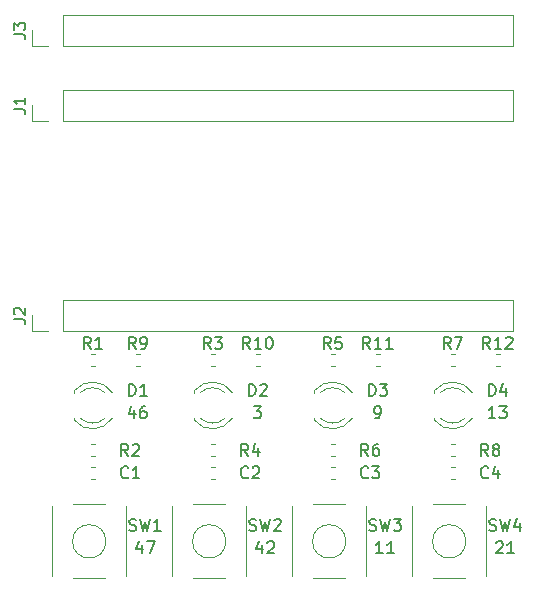
<source format=gto>
G04 #@! TF.GenerationSoftware,KiCad,Pcbnew,5.1.4-e60b266~84~ubuntu18.04.1*
G04 #@! TF.CreationDate,2019-09-28T19:30:38+02:00*
G04 #@! TF.ProjectId,UpduinoLEDButtonExpander,55706475-696e-46f4-9c45-44427574746f,rev?*
G04 #@! TF.SameCoordinates,PX88dc9f0PY43d3480*
G04 #@! TF.FileFunction,Legend,Top*
G04 #@! TF.FilePolarity,Positive*
%FSLAX46Y46*%
G04 Gerber Fmt 4.6, Leading zero omitted, Abs format (unit mm)*
G04 Created by KiCad (PCBNEW 5.1.4-e60b266~84~ubuntu18.04.1) date 2019-09-28 19:30:38*
%MOMM*%
%LPD*%
G04 APERTURE LIST*
%ADD10C,0.150000*%
%ADD11C,0.120000*%
G04 APERTURE END LIST*
D10*
X18859523Y-26487380D02*
X18288095Y-26487380D01*
X18573809Y-26487380D02*
X18573809Y-25487380D01*
X18478571Y-25630238D01*
X18383333Y-25725476D01*
X18288095Y-25773095D01*
X19192857Y-25487380D02*
X19811904Y-25487380D01*
X19478571Y-25868333D01*
X19621428Y-25868333D01*
X19716666Y-25915952D01*
X19764285Y-25963571D01*
X19811904Y-26058809D01*
X19811904Y-26296904D01*
X19764285Y-26392142D01*
X19716666Y-26439761D01*
X19621428Y-26487380D01*
X19335714Y-26487380D01*
X19240476Y-26439761D01*
X19192857Y-26392142D01*
X8699523Y-26487380D02*
X8890000Y-26487380D01*
X8985238Y-26439761D01*
X9032857Y-26392142D01*
X9128095Y-26249285D01*
X9175714Y-26058809D01*
X9175714Y-25677857D01*
X9128095Y-25582619D01*
X9080476Y-25535000D01*
X8985238Y-25487380D01*
X8794761Y-25487380D01*
X8699523Y-25535000D01*
X8651904Y-25582619D01*
X8604285Y-25677857D01*
X8604285Y-25915952D01*
X8651904Y-26011190D01*
X8699523Y-26058809D01*
X8794761Y-26106428D01*
X8985238Y-26106428D01*
X9080476Y-26058809D01*
X9128095Y-26011190D01*
X9175714Y-25915952D01*
X-1603334Y-25487380D02*
X-984286Y-25487380D01*
X-1317620Y-25868333D01*
X-1174762Y-25868333D01*
X-1079524Y-25915952D01*
X-1031905Y-25963571D01*
X-984286Y-26058809D01*
X-984286Y-26296904D01*
X-1031905Y-26392142D01*
X-1079524Y-26439761D01*
X-1174762Y-26487380D01*
X-1460477Y-26487380D01*
X-1555715Y-26439761D01*
X-1603334Y-26392142D01*
X-11715715Y-25820714D02*
X-11715715Y-26487380D01*
X-11953810Y-25439761D02*
X-12191905Y-26154047D01*
X-11572858Y-26154047D01*
X-10763334Y-25487380D02*
X-10953810Y-25487380D01*
X-11049048Y-25535000D01*
X-11096667Y-25582619D01*
X-11191905Y-25725476D01*
X-11239524Y-25915952D01*
X-11239524Y-26296904D01*
X-11191905Y-26392142D01*
X-11144286Y-26439761D01*
X-11049048Y-26487380D01*
X-10858572Y-26487380D01*
X-10763334Y-26439761D01*
X-10715715Y-26392142D01*
X-10668096Y-26296904D01*
X-10668096Y-26058809D01*
X-10715715Y-25963571D01*
X-10763334Y-25915952D01*
X-10858572Y-25868333D01*
X-11049048Y-25868333D01*
X-11144286Y-25915952D01*
X-11191905Y-25963571D01*
X-11239524Y-26058809D01*
X18923095Y-37012619D02*
X18970714Y-36965000D01*
X19065952Y-36917380D01*
X19304047Y-36917380D01*
X19399285Y-36965000D01*
X19446904Y-37012619D01*
X19494523Y-37107857D01*
X19494523Y-37203095D01*
X19446904Y-37345952D01*
X18875476Y-37917380D01*
X19494523Y-37917380D01*
X20446904Y-37917380D02*
X19875476Y-37917380D01*
X20161190Y-37917380D02*
X20161190Y-36917380D01*
X20065952Y-37060238D01*
X19970714Y-37155476D01*
X19875476Y-37203095D01*
X9334523Y-37917380D02*
X8763095Y-37917380D01*
X9048809Y-37917380D02*
X9048809Y-36917380D01*
X8953571Y-37060238D01*
X8858333Y-37155476D01*
X8763095Y-37203095D01*
X10286904Y-37917380D02*
X9715476Y-37917380D01*
X10001190Y-37917380D02*
X10001190Y-36917380D01*
X9905952Y-37060238D01*
X9810714Y-37155476D01*
X9715476Y-37203095D01*
X-920715Y-37250714D02*
X-920715Y-37917380D01*
X-1158810Y-36869761D02*
X-1396905Y-37584047D01*
X-777858Y-37584047D01*
X-444524Y-37012619D02*
X-396905Y-36965000D01*
X-301667Y-36917380D01*
X-63572Y-36917380D01*
X31666Y-36965000D01*
X79285Y-37012619D01*
X126904Y-37107857D01*
X126904Y-37203095D01*
X79285Y-37345952D01*
X-492143Y-37917380D01*
X126904Y-37917380D01*
X-11080715Y-37250714D02*
X-11080715Y-37917380D01*
X-11318810Y-36869761D02*
X-11556905Y-37584047D01*
X-10937858Y-37584047D01*
X-10652143Y-36917380D02*
X-9985477Y-36917380D01*
X-10414048Y-37917380D01*
D11*
X-15068733Y-30605000D02*
X-15411267Y-30605000D01*
X-15068733Y-31625000D02*
X-15411267Y-31625000D01*
X-4908733Y-31625000D02*
X-5251267Y-31625000D01*
X-4908733Y-30605000D02*
X-5251267Y-30605000D01*
X5251267Y-30605000D02*
X4908733Y-30605000D01*
X5251267Y-31625000D02*
X4908733Y-31625000D01*
X15411267Y-31625000D02*
X15068733Y-31625000D01*
X15411267Y-30605000D02*
X15068733Y-30605000D01*
X-16800000Y-24164000D02*
X-16800000Y-24320000D01*
X-16800000Y-26480000D02*
X-16800000Y-26636000D01*
X-13567665Y-24321392D02*
G75*
G03X-16800000Y-24164484I-1672335J-1078608D01*
G01*
X-13567665Y-26478608D02*
G75*
G02X-16800000Y-26635516I-1672335J1078608D01*
G01*
X-14198870Y-24320163D02*
G75*
G03X-16280961Y-24320000I-1041130J-1079837D01*
G01*
X-14198870Y-26479837D02*
G75*
G02X-16280961Y-26480000I-1041130J1079837D01*
G01*
X-4038870Y-26479837D02*
G75*
G02X-6120961Y-26480000I-1041130J1079837D01*
G01*
X-4038870Y-24320163D02*
G75*
G03X-6120961Y-24320000I-1041130J-1079837D01*
G01*
X-3407665Y-26478608D02*
G75*
G02X-6640000Y-26635516I-1672335J1078608D01*
G01*
X-3407665Y-24321392D02*
G75*
G03X-6640000Y-24164484I-1672335J-1078608D01*
G01*
X-6640000Y-26480000D02*
X-6640000Y-26636000D01*
X-6640000Y-24164000D02*
X-6640000Y-24320000D01*
X6121130Y-26479837D02*
G75*
G02X4039039Y-26480000I-1041130J1079837D01*
G01*
X6121130Y-24320163D02*
G75*
G03X4039039Y-24320000I-1041130J-1079837D01*
G01*
X6752335Y-26478608D02*
G75*
G02X3520000Y-26635516I-1672335J1078608D01*
G01*
X6752335Y-24321392D02*
G75*
G03X3520000Y-24164484I-1672335J-1078608D01*
G01*
X3520000Y-26480000D02*
X3520000Y-26636000D01*
X3520000Y-24164000D02*
X3520000Y-24320000D01*
X13680000Y-24164000D02*
X13680000Y-24320000D01*
X13680000Y-26480000D02*
X13680000Y-26636000D01*
X16912335Y-24321392D02*
G75*
G03X13680000Y-24164484I-1672335J-1078608D01*
G01*
X16912335Y-26478608D02*
G75*
G02X13680000Y-26635516I-1672335J1078608D01*
G01*
X16281130Y-24320163D02*
G75*
G03X14199039Y-24320000I-1041130J-1079837D01*
G01*
X16281130Y-26479837D02*
G75*
G02X14199039Y-26480000I-1041130J1079837D01*
G01*
X20380000Y-1330000D02*
X20380000Y1330000D01*
X-17780000Y-1330000D02*
X20380000Y-1330000D01*
X-17780000Y1330000D02*
X20380000Y1330000D01*
X-17780000Y-1330000D02*
X-17780000Y1330000D01*
X-19050000Y-1330000D02*
X-20380000Y-1330000D01*
X-20380000Y-1330000D02*
X-20380000Y0D01*
X-15411267Y-21080000D02*
X-15068733Y-21080000D01*
X-15411267Y-22100000D02*
X-15068733Y-22100000D01*
X-15068733Y-28700000D02*
X-15411267Y-28700000D01*
X-15068733Y-29720000D02*
X-15411267Y-29720000D01*
X-5251267Y-21080000D02*
X-4908733Y-21080000D01*
X-5251267Y-22100000D02*
X-4908733Y-22100000D01*
X-4908733Y-29720000D02*
X-5251267Y-29720000D01*
X-4908733Y-28700000D02*
X-5251267Y-28700000D01*
X4908733Y-22100000D02*
X5251267Y-22100000D01*
X4908733Y-21080000D02*
X5251267Y-21080000D01*
X5251267Y-29720000D02*
X4908733Y-29720000D01*
X5251267Y-28700000D02*
X4908733Y-28700000D01*
X15068733Y-22100000D02*
X15411267Y-22100000D01*
X15068733Y-21080000D02*
X15411267Y-21080000D01*
X15411267Y-29720000D02*
X15068733Y-29720000D01*
X15411267Y-28700000D02*
X15068733Y-28700000D01*
X-16870000Y-33785000D02*
X-14190000Y-33785000D01*
X-14190000Y-40025000D02*
X-16870000Y-40025000D01*
X-18650000Y-39875000D02*
X-18650000Y-33935000D01*
X-12410000Y-39875000D02*
X-12410000Y-33935000D01*
X-14115786Y-36905000D02*
G75*
G03X-14115786Y-36905000I-1414214J0D01*
G01*
X-6710000Y-33785000D02*
X-4030000Y-33785000D01*
X-4030000Y-40025000D02*
X-6710000Y-40025000D01*
X-8490000Y-39875000D02*
X-8490000Y-33935000D01*
X-2250000Y-39875000D02*
X-2250000Y-33935000D01*
X-3955786Y-36905000D02*
G75*
G03X-3955786Y-36905000I-1414214J0D01*
G01*
X6204214Y-36905000D02*
G75*
G03X6204214Y-36905000I-1414214J0D01*
G01*
X7910000Y-39875000D02*
X7910000Y-33935000D01*
X1670000Y-39875000D02*
X1670000Y-33935000D01*
X6130000Y-40025000D02*
X3450000Y-40025000D01*
X3450000Y-33785000D02*
X6130000Y-33785000D01*
X16364214Y-36905000D02*
G75*
G03X16364214Y-36905000I-1414214J0D01*
G01*
X18070000Y-39875000D02*
X18070000Y-33935000D01*
X11830000Y-39875000D02*
X11830000Y-33935000D01*
X16290000Y-40025000D02*
X13610000Y-40025000D01*
X13610000Y-33785000D02*
X16290000Y-33785000D01*
X20380000Y-19110000D02*
X20380000Y-16450000D01*
X-17780000Y-19110000D02*
X20380000Y-19110000D01*
X-17780000Y-16450000D02*
X20380000Y-16450000D01*
X-17780000Y-19110000D02*
X-17780000Y-16450000D01*
X-19050000Y-19110000D02*
X-20380000Y-19110000D01*
X-20380000Y-19110000D02*
X-20380000Y-17780000D01*
X20380000Y5020000D02*
X20380000Y7680000D01*
X-17780000Y5020000D02*
X20380000Y5020000D01*
X-17780000Y7680000D02*
X20380000Y7680000D01*
X-17780000Y5020000D02*
X-17780000Y7680000D01*
X-19050000Y5020000D02*
X-20380000Y5020000D01*
X-20380000Y5020000D02*
X-20380000Y6350000D01*
X-11601267Y-22100000D02*
X-11258733Y-22100000D01*
X-11601267Y-21080000D02*
X-11258733Y-21080000D01*
X-1441267Y-21080000D02*
X-1098733Y-21080000D01*
X-1441267Y-22100000D02*
X-1098733Y-22100000D01*
X8718733Y-22100000D02*
X9061267Y-22100000D01*
X8718733Y-21080000D02*
X9061267Y-21080000D01*
X18878733Y-21080000D02*
X19221267Y-21080000D01*
X18878733Y-22100000D02*
X19221267Y-22100000D01*
D10*
X-12231667Y-31472142D02*
X-12279286Y-31519761D01*
X-12422143Y-31567380D01*
X-12517381Y-31567380D01*
X-12660239Y-31519761D01*
X-12755477Y-31424523D01*
X-12803096Y-31329285D01*
X-12850715Y-31138809D01*
X-12850715Y-30995952D01*
X-12803096Y-30805476D01*
X-12755477Y-30710238D01*
X-12660239Y-30615000D01*
X-12517381Y-30567380D01*
X-12422143Y-30567380D01*
X-12279286Y-30615000D01*
X-12231667Y-30662619D01*
X-11279286Y-31567380D02*
X-11850715Y-31567380D01*
X-11565000Y-31567380D02*
X-11565000Y-30567380D01*
X-11660239Y-30710238D01*
X-11755477Y-30805476D01*
X-11850715Y-30853095D01*
X-2071667Y-31472142D02*
X-2119286Y-31519761D01*
X-2262143Y-31567380D01*
X-2357381Y-31567380D01*
X-2500239Y-31519761D01*
X-2595477Y-31424523D01*
X-2643096Y-31329285D01*
X-2690715Y-31138809D01*
X-2690715Y-30995952D01*
X-2643096Y-30805476D01*
X-2595477Y-30710238D01*
X-2500239Y-30615000D01*
X-2357381Y-30567380D01*
X-2262143Y-30567380D01*
X-2119286Y-30615000D01*
X-2071667Y-30662619D01*
X-1690715Y-30662619D02*
X-1643096Y-30615000D01*
X-1547858Y-30567380D01*
X-1309762Y-30567380D01*
X-1214524Y-30615000D01*
X-1166905Y-30662619D01*
X-1119286Y-30757857D01*
X-1119286Y-30853095D01*
X-1166905Y-30995952D01*
X-1738334Y-31567380D01*
X-1119286Y-31567380D01*
X8088333Y-31472142D02*
X8040714Y-31519761D01*
X7897857Y-31567380D01*
X7802619Y-31567380D01*
X7659761Y-31519761D01*
X7564523Y-31424523D01*
X7516904Y-31329285D01*
X7469285Y-31138809D01*
X7469285Y-30995952D01*
X7516904Y-30805476D01*
X7564523Y-30710238D01*
X7659761Y-30615000D01*
X7802619Y-30567380D01*
X7897857Y-30567380D01*
X8040714Y-30615000D01*
X8088333Y-30662619D01*
X8421666Y-30567380D02*
X9040714Y-30567380D01*
X8707380Y-30948333D01*
X8850238Y-30948333D01*
X8945476Y-30995952D01*
X8993095Y-31043571D01*
X9040714Y-31138809D01*
X9040714Y-31376904D01*
X8993095Y-31472142D01*
X8945476Y-31519761D01*
X8850238Y-31567380D01*
X8564523Y-31567380D01*
X8469285Y-31519761D01*
X8421666Y-31472142D01*
X18248333Y-31472142D02*
X18200714Y-31519761D01*
X18057857Y-31567380D01*
X17962619Y-31567380D01*
X17819761Y-31519761D01*
X17724523Y-31424523D01*
X17676904Y-31329285D01*
X17629285Y-31138809D01*
X17629285Y-30995952D01*
X17676904Y-30805476D01*
X17724523Y-30710238D01*
X17819761Y-30615000D01*
X17962619Y-30567380D01*
X18057857Y-30567380D01*
X18200714Y-30615000D01*
X18248333Y-30662619D01*
X19105476Y-30900714D02*
X19105476Y-31567380D01*
X18867380Y-30519761D02*
X18629285Y-31234047D01*
X19248333Y-31234047D01*
X-12168096Y-24582380D02*
X-12168096Y-23582380D01*
X-11930000Y-23582380D01*
X-11787143Y-23630000D01*
X-11691905Y-23725238D01*
X-11644286Y-23820476D01*
X-11596667Y-24010952D01*
X-11596667Y-24153809D01*
X-11644286Y-24344285D01*
X-11691905Y-24439523D01*
X-11787143Y-24534761D01*
X-11930000Y-24582380D01*
X-12168096Y-24582380D01*
X-10644286Y-24582380D02*
X-11215715Y-24582380D01*
X-10930000Y-24582380D02*
X-10930000Y-23582380D01*
X-11025239Y-23725238D01*
X-11120477Y-23820476D01*
X-11215715Y-23868095D01*
X-2008096Y-24582380D02*
X-2008096Y-23582380D01*
X-1770000Y-23582380D01*
X-1627143Y-23630000D01*
X-1531905Y-23725238D01*
X-1484286Y-23820476D01*
X-1436667Y-24010952D01*
X-1436667Y-24153809D01*
X-1484286Y-24344285D01*
X-1531905Y-24439523D01*
X-1627143Y-24534761D01*
X-1770000Y-24582380D01*
X-2008096Y-24582380D01*
X-1055715Y-23677619D02*
X-1008096Y-23630000D01*
X-912858Y-23582380D01*
X-674762Y-23582380D01*
X-579524Y-23630000D01*
X-531905Y-23677619D01*
X-484286Y-23772857D01*
X-484286Y-23868095D01*
X-531905Y-24010952D01*
X-1103334Y-24582380D01*
X-484286Y-24582380D01*
X8151904Y-24582380D02*
X8151904Y-23582380D01*
X8390000Y-23582380D01*
X8532857Y-23630000D01*
X8628095Y-23725238D01*
X8675714Y-23820476D01*
X8723333Y-24010952D01*
X8723333Y-24153809D01*
X8675714Y-24344285D01*
X8628095Y-24439523D01*
X8532857Y-24534761D01*
X8390000Y-24582380D01*
X8151904Y-24582380D01*
X9056666Y-23582380D02*
X9675714Y-23582380D01*
X9342380Y-23963333D01*
X9485238Y-23963333D01*
X9580476Y-24010952D01*
X9628095Y-24058571D01*
X9675714Y-24153809D01*
X9675714Y-24391904D01*
X9628095Y-24487142D01*
X9580476Y-24534761D01*
X9485238Y-24582380D01*
X9199523Y-24582380D01*
X9104285Y-24534761D01*
X9056666Y-24487142D01*
X18311904Y-24582380D02*
X18311904Y-23582380D01*
X18550000Y-23582380D01*
X18692857Y-23630000D01*
X18788095Y-23725238D01*
X18835714Y-23820476D01*
X18883333Y-24010952D01*
X18883333Y-24153809D01*
X18835714Y-24344285D01*
X18788095Y-24439523D01*
X18692857Y-24534761D01*
X18550000Y-24582380D01*
X18311904Y-24582380D01*
X19740476Y-23915714D02*
X19740476Y-24582380D01*
X19502380Y-23534761D02*
X19264285Y-24249047D01*
X19883333Y-24249047D01*
X-21927620Y-333333D02*
X-21213334Y-333333D01*
X-21070477Y-380952D01*
X-20975239Y-476190D01*
X-20927620Y-619047D01*
X-20927620Y-714285D01*
X-20927620Y666667D02*
X-20927620Y95239D01*
X-20927620Y380953D02*
X-21927620Y380953D01*
X-21784762Y285715D01*
X-21689524Y190477D01*
X-21641905Y95239D01*
X-15406667Y-20612380D02*
X-15740000Y-20136190D01*
X-15978096Y-20612380D02*
X-15978096Y-19612380D01*
X-15597143Y-19612380D01*
X-15501905Y-19660000D01*
X-15454286Y-19707619D01*
X-15406667Y-19802857D01*
X-15406667Y-19945714D01*
X-15454286Y-20040952D01*
X-15501905Y-20088571D01*
X-15597143Y-20136190D01*
X-15978096Y-20136190D01*
X-14454286Y-20612380D02*
X-15025715Y-20612380D01*
X-14740000Y-20612380D02*
X-14740000Y-19612380D01*
X-14835239Y-19755238D01*
X-14930477Y-19850476D01*
X-15025715Y-19898095D01*
X-12231667Y-29662380D02*
X-12565000Y-29186190D01*
X-12803096Y-29662380D02*
X-12803096Y-28662380D01*
X-12422143Y-28662380D01*
X-12326905Y-28710000D01*
X-12279286Y-28757619D01*
X-12231667Y-28852857D01*
X-12231667Y-28995714D01*
X-12279286Y-29090952D01*
X-12326905Y-29138571D01*
X-12422143Y-29186190D01*
X-12803096Y-29186190D01*
X-11850715Y-28757619D02*
X-11803096Y-28710000D01*
X-11707858Y-28662380D01*
X-11469762Y-28662380D01*
X-11374524Y-28710000D01*
X-11326905Y-28757619D01*
X-11279286Y-28852857D01*
X-11279286Y-28948095D01*
X-11326905Y-29090952D01*
X-11898334Y-29662380D01*
X-11279286Y-29662380D01*
X-5246667Y-20612380D02*
X-5580000Y-20136190D01*
X-5818096Y-20612380D02*
X-5818096Y-19612380D01*
X-5437143Y-19612380D01*
X-5341905Y-19660000D01*
X-5294286Y-19707619D01*
X-5246667Y-19802857D01*
X-5246667Y-19945714D01*
X-5294286Y-20040952D01*
X-5341905Y-20088571D01*
X-5437143Y-20136190D01*
X-5818096Y-20136190D01*
X-4913334Y-19612380D02*
X-4294286Y-19612380D01*
X-4627620Y-19993333D01*
X-4484762Y-19993333D01*
X-4389524Y-20040952D01*
X-4341905Y-20088571D01*
X-4294286Y-20183809D01*
X-4294286Y-20421904D01*
X-4341905Y-20517142D01*
X-4389524Y-20564761D01*
X-4484762Y-20612380D01*
X-4770477Y-20612380D01*
X-4865715Y-20564761D01*
X-4913334Y-20517142D01*
X-2071667Y-29662380D02*
X-2405000Y-29186190D01*
X-2643096Y-29662380D02*
X-2643096Y-28662380D01*
X-2262143Y-28662380D01*
X-2166905Y-28710000D01*
X-2119286Y-28757619D01*
X-2071667Y-28852857D01*
X-2071667Y-28995714D01*
X-2119286Y-29090952D01*
X-2166905Y-29138571D01*
X-2262143Y-29186190D01*
X-2643096Y-29186190D01*
X-1214524Y-28995714D02*
X-1214524Y-29662380D01*
X-1452620Y-28614761D02*
X-1690715Y-29329047D01*
X-1071667Y-29329047D01*
X4913333Y-20612380D02*
X4580000Y-20136190D01*
X4341904Y-20612380D02*
X4341904Y-19612380D01*
X4722857Y-19612380D01*
X4818095Y-19660000D01*
X4865714Y-19707619D01*
X4913333Y-19802857D01*
X4913333Y-19945714D01*
X4865714Y-20040952D01*
X4818095Y-20088571D01*
X4722857Y-20136190D01*
X4341904Y-20136190D01*
X5818095Y-19612380D02*
X5341904Y-19612380D01*
X5294285Y-20088571D01*
X5341904Y-20040952D01*
X5437142Y-19993333D01*
X5675238Y-19993333D01*
X5770476Y-20040952D01*
X5818095Y-20088571D01*
X5865714Y-20183809D01*
X5865714Y-20421904D01*
X5818095Y-20517142D01*
X5770476Y-20564761D01*
X5675238Y-20612380D01*
X5437142Y-20612380D01*
X5341904Y-20564761D01*
X5294285Y-20517142D01*
X8088333Y-29662380D02*
X7755000Y-29186190D01*
X7516904Y-29662380D02*
X7516904Y-28662380D01*
X7897857Y-28662380D01*
X7993095Y-28710000D01*
X8040714Y-28757619D01*
X8088333Y-28852857D01*
X8088333Y-28995714D01*
X8040714Y-29090952D01*
X7993095Y-29138571D01*
X7897857Y-29186190D01*
X7516904Y-29186190D01*
X8945476Y-28662380D02*
X8755000Y-28662380D01*
X8659761Y-28710000D01*
X8612142Y-28757619D01*
X8516904Y-28900476D01*
X8469285Y-29090952D01*
X8469285Y-29471904D01*
X8516904Y-29567142D01*
X8564523Y-29614761D01*
X8659761Y-29662380D01*
X8850238Y-29662380D01*
X8945476Y-29614761D01*
X8993095Y-29567142D01*
X9040714Y-29471904D01*
X9040714Y-29233809D01*
X8993095Y-29138571D01*
X8945476Y-29090952D01*
X8850238Y-29043333D01*
X8659761Y-29043333D01*
X8564523Y-29090952D01*
X8516904Y-29138571D01*
X8469285Y-29233809D01*
X15073333Y-20612380D02*
X14740000Y-20136190D01*
X14501904Y-20612380D02*
X14501904Y-19612380D01*
X14882857Y-19612380D01*
X14978095Y-19660000D01*
X15025714Y-19707619D01*
X15073333Y-19802857D01*
X15073333Y-19945714D01*
X15025714Y-20040952D01*
X14978095Y-20088571D01*
X14882857Y-20136190D01*
X14501904Y-20136190D01*
X15406666Y-19612380D02*
X16073333Y-19612380D01*
X15644761Y-20612380D01*
X18248333Y-29662380D02*
X17915000Y-29186190D01*
X17676904Y-29662380D02*
X17676904Y-28662380D01*
X18057857Y-28662380D01*
X18153095Y-28710000D01*
X18200714Y-28757619D01*
X18248333Y-28852857D01*
X18248333Y-28995714D01*
X18200714Y-29090952D01*
X18153095Y-29138571D01*
X18057857Y-29186190D01*
X17676904Y-29186190D01*
X18819761Y-29090952D02*
X18724523Y-29043333D01*
X18676904Y-28995714D01*
X18629285Y-28900476D01*
X18629285Y-28852857D01*
X18676904Y-28757619D01*
X18724523Y-28710000D01*
X18819761Y-28662380D01*
X19010238Y-28662380D01*
X19105476Y-28710000D01*
X19153095Y-28757619D01*
X19200714Y-28852857D01*
X19200714Y-28900476D01*
X19153095Y-28995714D01*
X19105476Y-29043333D01*
X19010238Y-29090952D01*
X18819761Y-29090952D01*
X18724523Y-29138571D01*
X18676904Y-29186190D01*
X18629285Y-29281428D01*
X18629285Y-29471904D01*
X18676904Y-29567142D01*
X18724523Y-29614761D01*
X18819761Y-29662380D01*
X19010238Y-29662380D01*
X19105476Y-29614761D01*
X19153095Y-29567142D01*
X19200714Y-29471904D01*
X19200714Y-29281428D01*
X19153095Y-29186190D01*
X19105476Y-29138571D01*
X19010238Y-29090952D01*
X-12128334Y-35964761D02*
X-11985477Y-36012380D01*
X-11747381Y-36012380D01*
X-11652143Y-35964761D01*
X-11604524Y-35917142D01*
X-11556905Y-35821904D01*
X-11556905Y-35726666D01*
X-11604524Y-35631428D01*
X-11652143Y-35583809D01*
X-11747381Y-35536190D01*
X-11937858Y-35488571D01*
X-12033096Y-35440952D01*
X-12080715Y-35393333D01*
X-12128334Y-35298095D01*
X-12128334Y-35202857D01*
X-12080715Y-35107619D01*
X-12033096Y-35060000D01*
X-11937858Y-35012380D01*
X-11699762Y-35012380D01*
X-11556905Y-35060000D01*
X-11223572Y-35012380D02*
X-10985477Y-36012380D01*
X-10795000Y-35298095D01*
X-10604524Y-36012380D01*
X-10366429Y-35012380D01*
X-9461667Y-36012380D02*
X-10033096Y-36012380D01*
X-9747381Y-36012380D02*
X-9747381Y-35012380D01*
X-9842620Y-35155238D01*
X-9937858Y-35250476D01*
X-10033096Y-35298095D01*
X-1968334Y-35964761D02*
X-1825477Y-36012380D01*
X-1587381Y-36012380D01*
X-1492143Y-35964761D01*
X-1444524Y-35917142D01*
X-1396905Y-35821904D01*
X-1396905Y-35726666D01*
X-1444524Y-35631428D01*
X-1492143Y-35583809D01*
X-1587381Y-35536190D01*
X-1777858Y-35488571D01*
X-1873096Y-35440952D01*
X-1920715Y-35393333D01*
X-1968334Y-35298095D01*
X-1968334Y-35202857D01*
X-1920715Y-35107619D01*
X-1873096Y-35060000D01*
X-1777858Y-35012380D01*
X-1539762Y-35012380D01*
X-1396905Y-35060000D01*
X-1063572Y-35012380D02*
X-825477Y-36012380D01*
X-635000Y-35298095D01*
X-444524Y-36012380D01*
X-206429Y-35012380D01*
X126904Y-35107619D02*
X174523Y-35060000D01*
X269761Y-35012380D01*
X507857Y-35012380D01*
X603095Y-35060000D01*
X650714Y-35107619D01*
X698333Y-35202857D01*
X698333Y-35298095D01*
X650714Y-35440952D01*
X79285Y-36012380D01*
X698333Y-36012380D01*
X8191666Y-35964761D02*
X8334523Y-36012380D01*
X8572619Y-36012380D01*
X8667857Y-35964761D01*
X8715476Y-35917142D01*
X8763095Y-35821904D01*
X8763095Y-35726666D01*
X8715476Y-35631428D01*
X8667857Y-35583809D01*
X8572619Y-35536190D01*
X8382142Y-35488571D01*
X8286904Y-35440952D01*
X8239285Y-35393333D01*
X8191666Y-35298095D01*
X8191666Y-35202857D01*
X8239285Y-35107619D01*
X8286904Y-35060000D01*
X8382142Y-35012380D01*
X8620238Y-35012380D01*
X8763095Y-35060000D01*
X9096428Y-35012380D02*
X9334523Y-36012380D01*
X9525000Y-35298095D01*
X9715476Y-36012380D01*
X9953571Y-35012380D01*
X10239285Y-35012380D02*
X10858333Y-35012380D01*
X10525000Y-35393333D01*
X10667857Y-35393333D01*
X10763095Y-35440952D01*
X10810714Y-35488571D01*
X10858333Y-35583809D01*
X10858333Y-35821904D01*
X10810714Y-35917142D01*
X10763095Y-35964761D01*
X10667857Y-36012380D01*
X10382142Y-36012380D01*
X10286904Y-35964761D01*
X10239285Y-35917142D01*
X18351666Y-35964761D02*
X18494523Y-36012380D01*
X18732619Y-36012380D01*
X18827857Y-35964761D01*
X18875476Y-35917142D01*
X18923095Y-35821904D01*
X18923095Y-35726666D01*
X18875476Y-35631428D01*
X18827857Y-35583809D01*
X18732619Y-35536190D01*
X18542142Y-35488571D01*
X18446904Y-35440952D01*
X18399285Y-35393333D01*
X18351666Y-35298095D01*
X18351666Y-35202857D01*
X18399285Y-35107619D01*
X18446904Y-35060000D01*
X18542142Y-35012380D01*
X18780238Y-35012380D01*
X18923095Y-35060000D01*
X19256428Y-35012380D02*
X19494523Y-36012380D01*
X19685000Y-35298095D01*
X19875476Y-36012380D01*
X20113571Y-35012380D01*
X20923095Y-35345714D02*
X20923095Y-36012380D01*
X20685000Y-34964761D02*
X20446904Y-35679047D01*
X21065952Y-35679047D01*
X-21927620Y-18113333D02*
X-21213334Y-18113333D01*
X-21070477Y-18160952D01*
X-20975239Y-18256190D01*
X-20927620Y-18399047D01*
X-20927620Y-18494285D01*
X-21832381Y-17684761D02*
X-21880000Y-17637142D01*
X-21927620Y-17541904D01*
X-21927620Y-17303809D01*
X-21880000Y-17208571D01*
X-21832381Y-17160952D01*
X-21737143Y-17113333D01*
X-21641905Y-17113333D01*
X-21499048Y-17160952D01*
X-20927620Y-17732380D01*
X-20927620Y-17113333D01*
X-21927620Y6016667D02*
X-21213334Y6016667D01*
X-21070477Y5969048D01*
X-20975239Y5873810D01*
X-20927620Y5730953D01*
X-20927620Y5635715D01*
X-21927620Y6397620D02*
X-21927620Y7016667D01*
X-21546667Y6683334D01*
X-21546667Y6826191D01*
X-21499048Y6921429D01*
X-21451429Y6969048D01*
X-21356191Y7016667D01*
X-21118096Y7016667D01*
X-21022858Y6969048D01*
X-20975239Y6921429D01*
X-20927620Y6826191D01*
X-20927620Y6540477D01*
X-20975239Y6445239D01*
X-21022858Y6397620D01*
X-11596667Y-20612380D02*
X-11930000Y-20136190D01*
X-12168096Y-20612380D02*
X-12168096Y-19612380D01*
X-11787143Y-19612380D01*
X-11691905Y-19660000D01*
X-11644286Y-19707619D01*
X-11596667Y-19802857D01*
X-11596667Y-19945714D01*
X-11644286Y-20040952D01*
X-11691905Y-20088571D01*
X-11787143Y-20136190D01*
X-12168096Y-20136190D01*
X-11120477Y-20612380D02*
X-10930000Y-20612380D01*
X-10834762Y-20564761D01*
X-10787143Y-20517142D01*
X-10691905Y-20374285D01*
X-10644286Y-20183809D01*
X-10644286Y-19802857D01*
X-10691905Y-19707619D01*
X-10739524Y-19660000D01*
X-10834762Y-19612380D01*
X-11025239Y-19612380D01*
X-11120477Y-19660000D01*
X-11168096Y-19707619D01*
X-11215715Y-19802857D01*
X-11215715Y-20040952D01*
X-11168096Y-20136190D01*
X-11120477Y-20183809D01*
X-11025239Y-20231428D01*
X-10834762Y-20231428D01*
X-10739524Y-20183809D01*
X-10691905Y-20136190D01*
X-10644286Y-20040952D01*
X-1912858Y-20612380D02*
X-2246191Y-20136190D01*
X-2484286Y-20612380D02*
X-2484286Y-19612380D01*
X-2103334Y-19612380D01*
X-2008096Y-19660000D01*
X-1960477Y-19707619D01*
X-1912858Y-19802857D01*
X-1912858Y-19945714D01*
X-1960477Y-20040952D01*
X-2008096Y-20088571D01*
X-2103334Y-20136190D01*
X-2484286Y-20136190D01*
X-960477Y-20612380D02*
X-1531905Y-20612380D01*
X-1246191Y-20612380D02*
X-1246191Y-19612380D01*
X-1341429Y-19755238D01*
X-1436667Y-19850476D01*
X-1531905Y-19898095D01*
X-341429Y-19612380D02*
X-246191Y-19612380D01*
X-150953Y-19660000D01*
X-103334Y-19707619D01*
X-55715Y-19802857D01*
X-8096Y-19993333D01*
X-8096Y-20231428D01*
X-55715Y-20421904D01*
X-103334Y-20517142D01*
X-150953Y-20564761D01*
X-246191Y-20612380D01*
X-341429Y-20612380D01*
X-436667Y-20564761D01*
X-484286Y-20517142D01*
X-531905Y-20421904D01*
X-579524Y-20231428D01*
X-579524Y-19993333D01*
X-531905Y-19802857D01*
X-484286Y-19707619D01*
X-436667Y-19660000D01*
X-341429Y-19612380D01*
X8247142Y-20612380D02*
X7913809Y-20136190D01*
X7675714Y-20612380D02*
X7675714Y-19612380D01*
X8056666Y-19612380D01*
X8151904Y-19660000D01*
X8199523Y-19707619D01*
X8247142Y-19802857D01*
X8247142Y-19945714D01*
X8199523Y-20040952D01*
X8151904Y-20088571D01*
X8056666Y-20136190D01*
X7675714Y-20136190D01*
X9199523Y-20612380D02*
X8628095Y-20612380D01*
X8913809Y-20612380D02*
X8913809Y-19612380D01*
X8818571Y-19755238D01*
X8723333Y-19850476D01*
X8628095Y-19898095D01*
X10151904Y-20612380D02*
X9580476Y-20612380D01*
X9866190Y-20612380D02*
X9866190Y-19612380D01*
X9770952Y-19755238D01*
X9675714Y-19850476D01*
X9580476Y-19898095D01*
X18407142Y-20612380D02*
X18073809Y-20136190D01*
X17835714Y-20612380D02*
X17835714Y-19612380D01*
X18216666Y-19612380D01*
X18311904Y-19660000D01*
X18359523Y-19707619D01*
X18407142Y-19802857D01*
X18407142Y-19945714D01*
X18359523Y-20040952D01*
X18311904Y-20088571D01*
X18216666Y-20136190D01*
X17835714Y-20136190D01*
X19359523Y-20612380D02*
X18788095Y-20612380D01*
X19073809Y-20612380D02*
X19073809Y-19612380D01*
X18978571Y-19755238D01*
X18883333Y-19850476D01*
X18788095Y-19898095D01*
X19740476Y-19707619D02*
X19788095Y-19660000D01*
X19883333Y-19612380D01*
X20121428Y-19612380D01*
X20216666Y-19660000D01*
X20264285Y-19707619D01*
X20311904Y-19802857D01*
X20311904Y-19898095D01*
X20264285Y-20040952D01*
X19692857Y-20612380D01*
X20311904Y-20612380D01*
M02*

</source>
